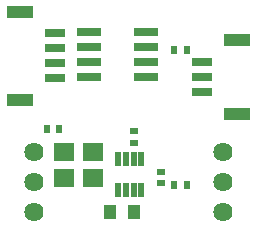
<source format=gts>
%FSAX24Y24*%
%MOIN*%
G70*
G01*
G75*
G04 Layer_Color=8388736*
%ADD10R,0.0866X0.0394*%
%ADD11R,0.0669X0.0236*%
%ADD12R,0.0236X0.0197*%
%ADD13R,0.0630X0.0551*%
%ADD14R,0.0169X0.0433*%
%ADD15R,0.0197X0.0217*%
%ADD16R,0.0354X0.0472*%
%ADD17R,0.0787X0.0236*%
%ADD18C,0.0080*%
%ADD19C,0.0400*%
%ADD20C,0.0160*%
%ADD21C,0.0598*%
%ADD22C,0.0181*%
%ADD23R,0.0236X0.0669*%
%ADD24R,0.0394X0.0866*%
%ADD25R,0.0217X0.0197*%
%ADD26R,0.0197X0.0236*%
%ADD27R,0.0315X0.0295*%
%ADD28R,0.1654X0.1654*%
%ADD29R,0.0335X0.0157*%
%ADD30R,0.0157X0.0335*%
%ADD31C,0.0100*%
%ADD32C,0.0138*%
%ADD33C,0.0098*%
%ADD34C,0.0051*%
%ADD35C,0.0079*%
%ADD36C,0.0050*%
%ADD37R,0.0908X0.0436*%
%ADD38R,0.0711X0.0278*%
%ADD39R,0.0278X0.0239*%
%ADD40R,0.0709X0.0630*%
%ADD41R,0.0209X0.0472*%
%ADD42R,0.0239X0.0259*%
%ADD43R,0.0396X0.0514*%
%ADD44R,0.0829X0.0278*%
%ADD45C,0.0640*%
D37*
X010639Y017178D02*
D03*
Y014245D02*
D03*
X017871Y016220D02*
D03*
Y013780D02*
D03*
D38*
X011800Y016450D02*
D03*
Y015466D02*
D03*
Y015958D02*
D03*
Y014974D02*
D03*
X016710Y015000D02*
D03*
Y015492D02*
D03*
Y014508D02*
D03*
D39*
X014450Y013197D02*
D03*
Y012803D02*
D03*
X015350Y011453D02*
D03*
Y011847D02*
D03*
D40*
X012108Y012483D02*
D03*
X013092D02*
D03*
Y011617D02*
D03*
X012108D02*
D03*
D41*
X013924Y011240D02*
D03*
X014180D02*
D03*
X014436D02*
D03*
X014692D02*
D03*
Y012264D02*
D03*
X014436D02*
D03*
X014180D02*
D03*
X013924D02*
D03*
D42*
X016207Y011400D02*
D03*
X015793D02*
D03*
X011957Y013250D02*
D03*
X011543D02*
D03*
X016207Y015900D02*
D03*
X015793D02*
D03*
D43*
X013637Y010500D02*
D03*
X014463D02*
D03*
D44*
X012955Y016500D02*
D03*
Y016000D02*
D03*
Y015500D02*
D03*
Y015000D02*
D03*
X014845Y016500D02*
D03*
Y016000D02*
D03*
Y015500D02*
D03*
Y015000D02*
D03*
D45*
X011100Y010500D02*
D03*
Y011500D02*
D03*
Y012500D02*
D03*
X017400Y010500D02*
D03*
Y011500D02*
D03*
Y012500D02*
D03*
M02*

</source>
